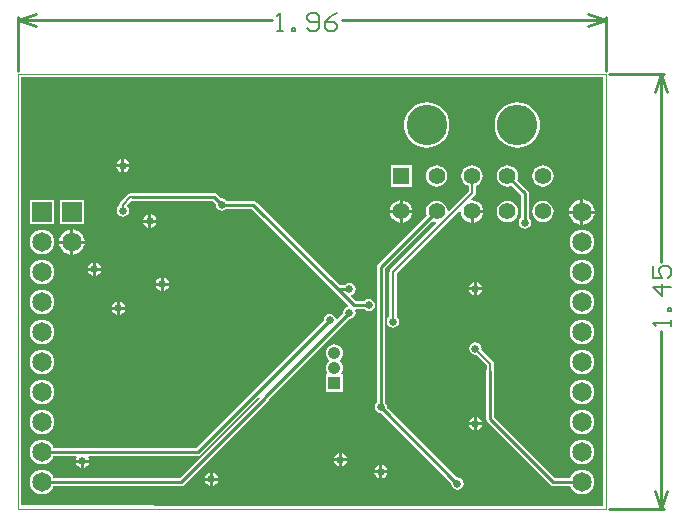
<source format=gbl>
G04*
G04 #@! TF.GenerationSoftware,Altium Limited,Altium Designer,20.1.14 (287)*
G04*
G04 Layer_Physical_Order=2*
G04 Layer_Color=16711680*
%FSLAX24Y24*%
%MOIN*%
G70*
G04*
G04 #@! TF.SameCoordinates,46077A43-3E97-4952-B592-0C32B6473DDB*
G04*
G04*
G04 #@! TF.FilePolarity,Positive*
G04*
G01*
G75*
%ADD12C,0.0100*%
%ADD17C,0.0000*%
%ADD18C,0.0060*%
%ADD48C,0.0080*%
%ADD50R,0.0413X0.0413*%
%ADD51C,0.0413*%
%ADD52R,0.0549X0.0549*%
%ADD53C,0.0549*%
%ADD54C,0.1351*%
%ADD55O,0.1351X0.1351*%
%ADD56C,0.0650*%
%ADD57R,0.0650X0.0650*%
%ADD58C,0.0250*%
G36*
X19498Y102D02*
X9042D01*
X102Y125D01*
Y14398D01*
X19498D01*
Y102D01*
D02*
G37*
%LPC*%
G36*
X16650Y13560D02*
X16501Y13545D01*
X16359Y13502D01*
X16228Y13432D01*
X16113Y13338D01*
X16018Y13223D01*
X15948Y13091D01*
X15905Y12949D01*
X15890Y12801D01*
Y12801D01*
X15905Y12653D01*
X15948Y12510D01*
X16018Y12379D01*
X16113Y12264D01*
X16228Y12170D01*
X16359Y12099D01*
X16501Y12056D01*
X16650Y12042D01*
X16798Y12056D01*
X16940Y12099D01*
X17071Y12170D01*
X17186Y12264D01*
X17281Y12379D01*
X17351Y12510D01*
X17394Y12653D01*
X17409Y12801D01*
Y12801D01*
X17394Y12949D01*
X17351Y13091D01*
X17281Y13223D01*
X17186Y13338D01*
X17071Y13432D01*
X16940Y13502D01*
X16798Y13545D01*
X16650Y13560D01*
D02*
G37*
G36*
X13626D02*
X13478Y13545D01*
X13335Y13502D01*
X13204Y13432D01*
X13089Y13338D01*
X12995Y13223D01*
X12925Y13091D01*
X12881Y12949D01*
X12867Y12801D01*
X12881Y12653D01*
X12925Y12510D01*
X12995Y12379D01*
X13089Y12264D01*
X13204Y12170D01*
X13335Y12099D01*
X13478Y12056D01*
X13626Y12042D01*
X13774Y12056D01*
X13917Y12099D01*
X14048Y12170D01*
X14163Y12264D01*
X14257Y12379D01*
X14327Y12510D01*
X14371Y12653D01*
X14385Y12801D01*
X14371Y12949D01*
X14327Y13091D01*
X14257Y13223D01*
X14163Y13338D01*
X14048Y13432D01*
X13917Y13502D01*
X13774Y13545D01*
X13626Y13560D01*
D02*
G37*
G36*
X3550Y11669D02*
Y11500D01*
X3719D01*
X3712Y11538D01*
X3662Y11612D01*
X3588Y11662D01*
X3550Y11669D01*
D02*
G37*
G36*
X3450D02*
X3412Y11662D01*
X3338Y11612D01*
X3288Y11538D01*
X3281Y11500D01*
X3450D01*
Y11669D01*
D02*
G37*
G36*
X3719Y11400D02*
X3550D01*
Y11231D01*
X3588Y11238D01*
X3662Y11288D01*
X3712Y11362D01*
X3719Y11400D01*
D02*
G37*
G36*
X3450D02*
X3281D01*
X3288Y11362D01*
X3338Y11288D01*
X3412Y11238D01*
X3450Y11231D01*
Y11400D01*
D02*
G37*
G36*
X13130Y11455D02*
X12421D01*
Y10745D01*
X13130D01*
Y11455D01*
D02*
G37*
G36*
X17500Y11458D02*
X17407Y11446D01*
X17321Y11410D01*
X17247Y11353D01*
X17190Y11279D01*
X17154Y11193D01*
X17142Y11100D01*
X17154Y11007D01*
X17190Y10921D01*
X17247Y10847D01*
X17321Y10790D01*
X17407Y10754D01*
X17500Y10742D01*
X17593Y10754D01*
X17679Y10790D01*
X17753Y10847D01*
X17810Y10921D01*
X17846Y11007D01*
X17858Y11100D01*
X17846Y11193D01*
X17810Y11279D01*
X17753Y11353D01*
X17679Y11410D01*
X17593Y11446D01*
X17500Y11458D01*
D02*
G37*
G36*
X13957D02*
X13864Y11446D01*
X13778Y11410D01*
X13704Y11353D01*
X13647Y11279D01*
X13611Y11193D01*
X13599Y11100D01*
X13611Y11007D01*
X13647Y10921D01*
X13704Y10847D01*
X13778Y10790D01*
X13864Y10754D01*
X13957Y10742D01*
X14049Y10754D01*
X14136Y10790D01*
X14210Y10847D01*
X14267Y10921D01*
X14302Y11007D01*
X14314Y11100D01*
X14302Y11193D01*
X14267Y11279D01*
X14210Y11353D01*
X14136Y11410D01*
X14049Y11446D01*
X13957Y11458D01*
D02*
G37*
G36*
X12826Y10290D02*
Y9969D01*
X13147D01*
X13141Y10017D01*
X13103Y10108D01*
X13043Y10186D01*
X12965Y10246D01*
X12873Y10284D01*
X12826Y10290D01*
D02*
G37*
G36*
X12726D02*
X12678Y10284D01*
X12587Y10246D01*
X12508Y10186D01*
X12448Y10108D01*
X12411Y10017D01*
X12404Y9969D01*
X12726D01*
Y10290D01*
D02*
G37*
G36*
X18850Y10322D02*
Y9950D01*
X19222D01*
X19214Y10011D01*
X19171Y10114D01*
X19103Y10203D01*
X19014Y10271D01*
X18911Y10314D01*
X18850Y10322D01*
D02*
G37*
G36*
X18750D02*
X18689Y10314D01*
X18586Y10271D01*
X18497Y10203D01*
X18429Y10114D01*
X18386Y10011D01*
X18378Y9950D01*
X18750D01*
Y10322D01*
D02*
G37*
G36*
X15138Y11458D02*
X15045Y11446D01*
X14959Y11410D01*
X14885Y11353D01*
X14828Y11279D01*
X14792Y11193D01*
X14780Y11100D01*
X14792Y11007D01*
X14828Y10921D01*
X14885Y10847D01*
X14959Y10790D01*
X15028Y10762D01*
Y10601D01*
X14363Y9936D01*
X14310Y9954D01*
X14302Y10011D01*
X14267Y10098D01*
X14210Y10172D01*
X14136Y10229D01*
X14049Y10264D01*
X13957Y10277D01*
X13864Y10264D01*
X13778Y10229D01*
X13704Y10172D01*
X13647Y10098D01*
X13611Y10011D01*
X13599Y9919D01*
X13611Y9826D01*
X13630Y9780D01*
X12006Y8156D01*
X11978Y8113D01*
X11967Y8062D01*
Y3558D01*
X11952Y3548D01*
X11907Y3480D01*
X11891Y3400D01*
X11907Y3320D01*
X11952Y3252D01*
X12020Y3207D01*
X12100Y3191D01*
X12118Y3195D01*
X14445Y868D01*
X14441Y850D01*
X14457Y770D01*
X14502Y702D01*
X14570Y657D01*
X14650Y641D01*
X14730Y657D01*
X14798Y702D01*
X14843Y770D01*
X14859Y850D01*
X14843Y930D01*
X14798Y998D01*
X14730Y1043D01*
X14650Y1059D01*
X14632Y1055D01*
X12305Y3382D01*
X12309Y3400D01*
X12293Y3480D01*
X12248Y3548D01*
X12233Y3558D01*
Y8007D01*
X13818Y9593D01*
X13864Y9573D01*
X13922Y9566D01*
X13940Y9513D01*
X12413Y7987D01*
X12387Y7947D01*
X12378Y7900D01*
Y6415D01*
X12352Y6398D01*
X12307Y6330D01*
X12291Y6250D01*
X12307Y6170D01*
X12352Y6102D01*
X12420Y6057D01*
X12500Y6041D01*
X12580Y6057D01*
X12648Y6102D01*
X12693Y6170D01*
X12709Y6250D01*
X12693Y6330D01*
X12648Y6398D01*
X12622Y6415D01*
Y7849D01*
X14715Y9942D01*
X14746Y9927D01*
X14760Y9916D01*
X14773Y9821D01*
X14811Y9730D01*
X14871Y9652D01*
X14949Y9592D01*
X15040Y9554D01*
X15088Y9548D01*
Y9919D01*
X15138D01*
Y9969D01*
X15509D01*
X15503Y10017D01*
X15465Y10108D01*
X15405Y10186D01*
X15327Y10246D01*
X15236Y10284D01*
X15140Y10296D01*
X15130Y10311D01*
X15115Y10342D01*
X15237Y10463D01*
X15263Y10503D01*
X15272Y10550D01*
Y10772D01*
X15317Y10790D01*
X15391Y10847D01*
X15448Y10921D01*
X15483Y11007D01*
X15496Y11100D01*
X15483Y11193D01*
X15448Y11279D01*
X15391Y11353D01*
X15317Y11410D01*
X15230Y11446D01*
X15138Y11458D01*
D02*
G37*
G36*
X4450Y9819D02*
Y9650D01*
X4619D01*
X4612Y9688D01*
X4562Y9762D01*
X4488Y9812D01*
X4450Y9819D01*
D02*
G37*
G36*
X4350D02*
X4312Y9812D01*
X4238Y9762D01*
X4188Y9688D01*
X4181Y9650D01*
X4350D01*
Y9819D01*
D02*
G37*
G36*
X17500Y10277D02*
X17407Y10264D01*
X17321Y10229D01*
X17247Y10172D01*
X17190Y10098D01*
X17154Y10011D01*
X17142Y9919D01*
X17154Y9826D01*
X17190Y9740D01*
X17247Y9666D01*
X17321Y9609D01*
X17407Y9573D01*
X17500Y9561D01*
X17593Y9573D01*
X17679Y9609D01*
X17753Y9666D01*
X17810Y9740D01*
X17846Y9826D01*
X17858Y9919D01*
X17846Y10011D01*
X17810Y10098D01*
X17753Y10172D01*
X17679Y10229D01*
X17593Y10264D01*
X17500Y10277D01*
D02*
G37*
G36*
X16319D02*
X16226Y10264D01*
X16140Y10229D01*
X16066Y10172D01*
X16009Y10098D01*
X15973Y10011D01*
X15961Y9919D01*
X15973Y9826D01*
X16009Y9740D01*
X16066Y9666D01*
X16140Y9609D01*
X16226Y9573D01*
X16319Y9561D01*
X16411Y9573D01*
X16498Y9609D01*
X16572Y9666D01*
X16629Y9740D01*
X16664Y9826D01*
X16677Y9919D01*
X16664Y10011D01*
X16629Y10098D01*
X16572Y10172D01*
X16498Y10229D01*
X16411Y10264D01*
X16319Y10277D01*
D02*
G37*
G36*
X15509Y9869D02*
X15188D01*
Y9548D01*
X15236Y9554D01*
X15327Y9592D01*
X15405Y9652D01*
X15465Y9730D01*
X15503Y9821D01*
X15509Y9869D01*
D02*
G37*
G36*
X13147D02*
X12826D01*
Y9548D01*
X12873Y9554D01*
X12965Y9592D01*
X13043Y9652D01*
X13103Y9730D01*
X13141Y9821D01*
X13147Y9869D01*
D02*
G37*
G36*
X12726D02*
X12404D01*
X12411Y9821D01*
X12448Y9730D01*
X12508Y9652D01*
X12587Y9592D01*
X12678Y9554D01*
X12726Y9548D01*
Y9869D01*
D02*
G37*
G36*
X2205Y10305D02*
X1395D01*
Y9495D01*
X2205D01*
Y10305D01*
D02*
G37*
G36*
X1205D02*
X395D01*
Y9495D01*
X1205D01*
Y10305D01*
D02*
G37*
G36*
X19222Y9850D02*
X18850D01*
Y9478D01*
X18911Y9486D01*
X19014Y9529D01*
X19103Y9597D01*
X19171Y9686D01*
X19214Y9789D01*
X19222Y9850D01*
D02*
G37*
G36*
X18750D02*
X18378D01*
X18386Y9789D01*
X18429Y9686D01*
X18497Y9597D01*
X18586Y9529D01*
X18689Y9486D01*
X18750Y9478D01*
Y9850D01*
D02*
G37*
G36*
X4619Y9550D02*
X4450D01*
Y9381D01*
X4488Y9388D01*
X4562Y9438D01*
X4612Y9512D01*
X4619Y9550D01*
D02*
G37*
G36*
X4350D02*
X4181D01*
X4188Y9512D01*
X4238Y9438D01*
X4312Y9388D01*
X4350Y9381D01*
Y9550D01*
D02*
G37*
G36*
X16319Y11458D02*
X16226Y11446D01*
X16140Y11410D01*
X16066Y11353D01*
X16009Y11279D01*
X15973Y11193D01*
X15961Y11100D01*
X15973Y11007D01*
X16009Y10921D01*
X16066Y10847D01*
X16140Y10790D01*
X16226Y10754D01*
X16319Y10742D01*
X16411Y10754D01*
X16458Y10774D01*
X16767Y10464D01*
Y9708D01*
X16752Y9698D01*
X16707Y9630D01*
X16691Y9550D01*
X16707Y9470D01*
X16752Y9402D01*
X16820Y9357D01*
X16900Y9341D01*
X16980Y9357D01*
X17048Y9402D01*
X17093Y9470D01*
X17109Y9550D01*
X17093Y9630D01*
X17048Y9698D01*
X17033Y9708D01*
Y10519D01*
X17022Y10570D01*
X16994Y10613D01*
X16645Y10961D01*
X16664Y11007D01*
X16677Y11100D01*
X16664Y11193D01*
X16629Y11279D01*
X16572Y11353D01*
X16498Y11410D01*
X16411Y11446D01*
X16319Y11458D01*
D02*
G37*
G36*
X1850Y9322D02*
Y8950D01*
X2222D01*
X2214Y9011D01*
X2171Y9114D01*
X2103Y9203D01*
X2014Y9271D01*
X1911Y9314D01*
X1850Y9322D01*
D02*
G37*
G36*
X1750D02*
X1689Y9314D01*
X1586Y9271D01*
X1497Y9203D01*
X1429Y9114D01*
X1386Y9011D01*
X1378Y8950D01*
X1750D01*
Y9322D01*
D02*
G37*
G36*
X18800Y9308D02*
X18694Y9294D01*
X18596Y9254D01*
X18511Y9189D01*
X18446Y9104D01*
X18406Y9006D01*
X18392Y8900D01*
X18406Y8794D01*
X18446Y8696D01*
X18511Y8611D01*
X18596Y8546D01*
X18694Y8506D01*
X18800Y8492D01*
X18906Y8506D01*
X19004Y8546D01*
X19089Y8611D01*
X19154Y8696D01*
X19194Y8794D01*
X19208Y8900D01*
X19194Y9006D01*
X19154Y9104D01*
X19089Y9189D01*
X19004Y9254D01*
X18906Y9294D01*
X18800Y9308D01*
D02*
G37*
G36*
X800D02*
X694Y9294D01*
X596Y9254D01*
X511Y9189D01*
X446Y9104D01*
X406Y9006D01*
X392Y8900D01*
X406Y8794D01*
X446Y8696D01*
X511Y8611D01*
X596Y8546D01*
X694Y8506D01*
X800Y8492D01*
X906Y8506D01*
X1004Y8546D01*
X1089Y8611D01*
X1154Y8696D01*
X1194Y8794D01*
X1208Y8900D01*
X1194Y9006D01*
X1154Y9104D01*
X1089Y9189D01*
X1004Y9254D01*
X906Y9294D01*
X800Y9308D01*
D02*
G37*
G36*
X2222Y8850D02*
X1850D01*
Y8478D01*
X1911Y8486D01*
X2014Y8529D01*
X2103Y8597D01*
X2171Y8686D01*
X2214Y8789D01*
X2222Y8850D01*
D02*
G37*
G36*
X1750D02*
X1378D01*
X1386Y8789D01*
X1429Y8686D01*
X1497Y8597D01*
X1586Y8529D01*
X1689Y8486D01*
X1750Y8478D01*
Y8850D01*
D02*
G37*
G36*
X2600Y8219D02*
Y8050D01*
X2769D01*
X2762Y8088D01*
X2712Y8162D01*
X2638Y8212D01*
X2600Y8219D01*
D02*
G37*
G36*
X2500D02*
X2462Y8212D01*
X2388Y8162D01*
X2338Y8088D01*
X2331Y8050D01*
X2500D01*
Y8219D01*
D02*
G37*
G36*
X2769Y7950D02*
X2600D01*
Y7781D01*
X2638Y7788D01*
X2712Y7838D01*
X2762Y7912D01*
X2769Y7950D01*
D02*
G37*
G36*
X2500D02*
X2331D01*
X2338Y7912D01*
X2388Y7838D01*
X2462Y7788D01*
X2500Y7781D01*
Y7950D01*
D02*
G37*
G36*
X4861Y7720D02*
Y7550D01*
X5030D01*
X5023Y7588D01*
X4973Y7662D01*
X4898Y7712D01*
X4861Y7720D01*
D02*
G37*
G36*
X4761D02*
X4723Y7712D01*
X4648Y7662D01*
X4599Y7588D01*
X4591Y7550D01*
X4761D01*
Y7720D01*
D02*
G37*
G36*
X18800Y8308D02*
X18694Y8294D01*
X18596Y8254D01*
X18511Y8189D01*
X18446Y8104D01*
X18406Y8006D01*
X18392Y7900D01*
X18406Y7794D01*
X18446Y7696D01*
X18511Y7611D01*
X18596Y7546D01*
X18694Y7506D01*
X18800Y7492D01*
X18906Y7506D01*
X19004Y7546D01*
X19089Y7611D01*
X19154Y7696D01*
X19194Y7794D01*
X19208Y7900D01*
X19194Y8006D01*
X19154Y8104D01*
X19089Y8189D01*
X19004Y8254D01*
X18906Y8294D01*
X18800Y8308D01*
D02*
G37*
G36*
X800D02*
X694Y8294D01*
X596Y8254D01*
X511Y8189D01*
X446Y8104D01*
X406Y8006D01*
X392Y7900D01*
X406Y7794D01*
X446Y7696D01*
X511Y7611D01*
X596Y7546D01*
X694Y7506D01*
X800Y7492D01*
X906Y7506D01*
X1004Y7546D01*
X1089Y7611D01*
X1154Y7696D01*
X1194Y7794D01*
X1208Y7900D01*
X1194Y8006D01*
X1154Y8104D01*
X1089Y8189D01*
X1004Y8254D01*
X906Y8294D01*
X800Y8308D01*
D02*
G37*
G36*
X15300Y7569D02*
Y7400D01*
X15469D01*
X15462Y7438D01*
X15412Y7512D01*
X15338Y7562D01*
X15300Y7569D01*
D02*
G37*
G36*
X15200D02*
X15162Y7562D01*
X15088Y7512D01*
X15038Y7438D01*
X15031Y7400D01*
X15200D01*
Y7569D01*
D02*
G37*
G36*
X5030Y7450D02*
X4861D01*
Y7281D01*
X4898Y7288D01*
X4973Y7338D01*
X5023Y7412D01*
X5030Y7450D01*
D02*
G37*
G36*
X4761D02*
X4591D01*
X4599Y7412D01*
X4648Y7338D01*
X4723Y7288D01*
X4761Y7281D01*
Y7450D01*
D02*
G37*
G36*
X15469Y7300D02*
X15300D01*
Y7131D01*
X15338Y7138D01*
X15412Y7188D01*
X15462Y7262D01*
X15469Y7300D01*
D02*
G37*
G36*
X15200D02*
X15031D01*
X15038Y7262D01*
X15088Y7188D01*
X15162Y7138D01*
X15200Y7131D01*
Y7300D01*
D02*
G37*
G36*
X3400Y6919D02*
Y6750D01*
X3569D01*
X3562Y6788D01*
X3512Y6862D01*
X3438Y6912D01*
X3400Y6919D01*
D02*
G37*
G36*
X3300D02*
X3262Y6912D01*
X3188Y6862D01*
X3138Y6788D01*
X3131Y6750D01*
X3300D01*
Y6919D01*
D02*
G37*
G36*
X6550Y10533D02*
X3800D01*
X3749Y10522D01*
X3749Y10522D01*
X3703Y10513D01*
X3663Y10487D01*
X3413Y10237D01*
X3387Y10197D01*
X3378Y10150D01*
Y10115D01*
X3352Y10098D01*
X3307Y10030D01*
X3291Y9950D01*
X3307Y9870D01*
X3352Y9802D01*
X3420Y9757D01*
X3500Y9741D01*
X3580Y9757D01*
X3648Y9802D01*
X3693Y9870D01*
X3709Y9950D01*
X3693Y10030D01*
X3648Y10098D01*
X3645Y10122D01*
X3792Y10269D01*
X3800Y10267D01*
X6495D01*
X6595Y10168D01*
X6591Y10150D01*
X6607Y10070D01*
X6652Y10002D01*
X6720Y9957D01*
X6800Y9941D01*
X6880Y9957D01*
X6948Y10002D01*
X6958Y10017D01*
X7795D01*
X10606Y7206D01*
X11010Y6802D01*
X10994Y6748D01*
X10970Y6743D01*
X10902Y6698D01*
X10857Y6630D01*
X10841Y6550D01*
X10845Y6532D01*
X10652Y6340D01*
X10598Y6356D01*
X10593Y6380D01*
X10548Y6448D01*
X10480Y6493D01*
X10400Y6509D01*
X10320Y6493D01*
X10252Y6448D01*
X10207Y6380D01*
X10191Y6300D01*
X10195Y6282D01*
X5945Y2033D01*
X1183D01*
X1154Y2104D01*
X1089Y2189D01*
X1004Y2254D01*
X906Y2294D01*
X800Y2308D01*
X694Y2294D01*
X596Y2254D01*
X511Y2189D01*
X446Y2104D01*
X406Y2006D01*
X392Y1900D01*
X406Y1794D01*
X446Y1696D01*
X511Y1611D01*
X596Y1546D01*
X694Y1506D01*
X800Y1492D01*
X906Y1506D01*
X1004Y1546D01*
X1089Y1611D01*
X1154Y1696D01*
X1183Y1767D01*
X1931D01*
X1958Y1717D01*
X1938Y1688D01*
X1931Y1650D01*
X2369D01*
X2362Y1688D01*
X2342Y1717D01*
X2369Y1767D01*
X6000D01*
X6051Y1778D01*
X6094Y1806D01*
X8018Y3730D01*
X8071Y3713D01*
X8071Y3709D01*
X5395Y1033D01*
X1183D01*
X1154Y1104D01*
X1089Y1189D01*
X1004Y1254D01*
X906Y1294D01*
X800Y1308D01*
X694Y1294D01*
X596Y1254D01*
X511Y1189D01*
X446Y1104D01*
X406Y1006D01*
X392Y900D01*
X406Y794D01*
X446Y696D01*
X511Y611D01*
X596Y546D01*
X694Y506D01*
X800Y492D01*
X906Y506D01*
X1004Y546D01*
X1089Y611D01*
X1154Y696D01*
X1183Y767D01*
X5450D01*
X5501Y778D01*
X5544Y806D01*
X8329Y3592D01*
X8358Y3635D01*
X8367Y3680D01*
X11032Y6345D01*
X11050Y6341D01*
X11130Y6357D01*
X11198Y6402D01*
X11243Y6470D01*
X11259Y6550D01*
X11246Y6617D01*
X11274Y6667D01*
X11542D01*
X11552Y6652D01*
X11620Y6607D01*
X11700Y6591D01*
X11780Y6607D01*
X11848Y6652D01*
X11893Y6720D01*
X11909Y6800D01*
X11893Y6880D01*
X11848Y6948D01*
X11780Y6993D01*
X11700Y7009D01*
X11620Y6993D01*
X11552Y6948D01*
X11542Y6933D01*
X11255D01*
X11102Y7086D01*
X11116Y7133D01*
X11130Y7136D01*
X11198Y7181D01*
X11243Y7249D01*
X11259Y7329D01*
X11243Y7409D01*
X11198Y7477D01*
X11130Y7522D01*
X11050Y7538D01*
X10970Y7522D01*
X10902Y7477D01*
X10892Y7462D01*
X10729D01*
X10726Y7461D01*
X7944Y10244D01*
X7901Y10272D01*
X7850Y10283D01*
X6958D01*
X6948Y10298D01*
X6880Y10343D01*
X6800Y10359D01*
X6782Y10355D01*
X6644Y10494D01*
X6601Y10522D01*
X6550Y10533D01*
D02*
G37*
G36*
X18800Y7308D02*
X18694Y7294D01*
X18596Y7254D01*
X18511Y7189D01*
X18446Y7104D01*
X18406Y7006D01*
X18392Y6900D01*
X18406Y6794D01*
X18446Y6696D01*
X18511Y6611D01*
X18596Y6546D01*
X18694Y6506D01*
X18800Y6492D01*
X18906Y6506D01*
X19004Y6546D01*
X19089Y6611D01*
X19154Y6696D01*
X19194Y6794D01*
X19208Y6900D01*
X19194Y7006D01*
X19154Y7104D01*
X19089Y7189D01*
X19004Y7254D01*
X18906Y7294D01*
X18800Y7308D01*
D02*
G37*
G36*
X800D02*
X694Y7294D01*
X596Y7254D01*
X511Y7189D01*
X446Y7104D01*
X406Y7006D01*
X392Y6900D01*
X406Y6794D01*
X446Y6696D01*
X511Y6611D01*
X596Y6546D01*
X694Y6506D01*
X800Y6492D01*
X906Y6506D01*
X1004Y6546D01*
X1089Y6611D01*
X1154Y6696D01*
X1194Y6794D01*
X1208Y6900D01*
X1194Y7006D01*
X1154Y7104D01*
X1089Y7189D01*
X1004Y7254D01*
X906Y7294D01*
X800Y7308D01*
D02*
G37*
G36*
X3569Y6650D02*
X3400D01*
Y6481D01*
X3438Y6488D01*
X3512Y6538D01*
X3562Y6612D01*
X3569Y6650D01*
D02*
G37*
G36*
X3300D02*
X3131D01*
X3138Y6612D01*
X3188Y6538D01*
X3262Y6488D01*
X3300Y6481D01*
Y6650D01*
D02*
G37*
G36*
X18800Y6308D02*
X18694Y6294D01*
X18596Y6254D01*
X18511Y6189D01*
X18446Y6104D01*
X18406Y6006D01*
X18392Y5900D01*
X18406Y5794D01*
X18446Y5696D01*
X18511Y5611D01*
X18596Y5546D01*
X18694Y5506D01*
X18800Y5492D01*
X18906Y5506D01*
X19004Y5546D01*
X19089Y5611D01*
X19154Y5696D01*
X19194Y5794D01*
X19208Y5900D01*
X19194Y6006D01*
X19154Y6104D01*
X19089Y6189D01*
X19004Y6254D01*
X18906Y6294D01*
X18800Y6308D01*
D02*
G37*
G36*
X800D02*
X694Y6294D01*
X596Y6254D01*
X511Y6189D01*
X446Y6104D01*
X406Y6006D01*
X392Y5900D01*
X406Y5794D01*
X446Y5696D01*
X511Y5611D01*
X596Y5546D01*
X694Y5506D01*
X800Y5492D01*
X906Y5506D01*
X1004Y5546D01*
X1089Y5611D01*
X1154Y5696D01*
X1194Y5794D01*
X1208Y5900D01*
X1194Y6006D01*
X1154Y6104D01*
X1089Y6189D01*
X1004Y6254D01*
X906Y6294D01*
X800Y6308D01*
D02*
G37*
G36*
X18800Y5308D02*
X18694Y5294D01*
X18596Y5254D01*
X18511Y5189D01*
X18446Y5104D01*
X18406Y5006D01*
X18392Y4900D01*
X18406Y4794D01*
X18446Y4696D01*
X18511Y4611D01*
X18596Y4546D01*
X18694Y4506D01*
X18800Y4492D01*
X18906Y4506D01*
X19004Y4546D01*
X19089Y4611D01*
X19154Y4696D01*
X19194Y4794D01*
X19208Y4900D01*
X19194Y5006D01*
X19154Y5104D01*
X19089Y5189D01*
X19004Y5254D01*
X18906Y5294D01*
X18800Y5308D01*
D02*
G37*
G36*
X800D02*
X694Y5294D01*
X596Y5254D01*
X511Y5189D01*
X446Y5104D01*
X406Y5006D01*
X392Y4900D01*
X406Y4794D01*
X446Y4696D01*
X511Y4611D01*
X596Y4546D01*
X694Y4506D01*
X800Y4492D01*
X906Y4506D01*
X1004Y4546D01*
X1089Y4611D01*
X1154Y4696D01*
X1194Y4794D01*
X1208Y4900D01*
X1194Y5006D01*
X1154Y5104D01*
X1089Y5189D01*
X1004Y5254D01*
X906Y5294D01*
X800Y5308D01*
D02*
G37*
G36*
X10550Y5489D02*
X10475Y5479D01*
X10405Y5450D01*
X10346Y5404D01*
X10300Y5345D01*
X10271Y5275D01*
X10261Y5200D01*
X10271Y5125D01*
X10300Y5055D01*
X10346Y4996D01*
X10372Y4975D01*
Y4925D01*
X10346Y4904D01*
X10300Y4845D01*
X10271Y4775D01*
X10261Y4700D01*
X10271Y4625D01*
X10300Y4555D01*
X10314Y4537D01*
X10289Y4487D01*
X10263D01*
Y3913D01*
X10837D01*
Y4487D01*
X10811D01*
X10786Y4537D01*
X10800Y4555D01*
X10829Y4625D01*
X10839Y4700D01*
X10829Y4775D01*
X10800Y4845D01*
X10754Y4904D01*
X10728Y4925D01*
Y4975D01*
X10754Y4996D01*
X10800Y5055D01*
X10829Y5125D01*
X10839Y5200D01*
X10829Y5275D01*
X10800Y5345D01*
X10754Y5404D01*
X10695Y5450D01*
X10625Y5479D01*
X10550Y5489D01*
D02*
G37*
G36*
X18800Y4308D02*
X18694Y4294D01*
X18596Y4254D01*
X18511Y4189D01*
X18446Y4104D01*
X18406Y4006D01*
X18392Y3900D01*
X18406Y3794D01*
X18446Y3696D01*
X18511Y3611D01*
X18596Y3546D01*
X18694Y3506D01*
X18800Y3492D01*
X18906Y3506D01*
X19004Y3546D01*
X19089Y3611D01*
X19154Y3696D01*
X19194Y3794D01*
X19208Y3900D01*
X19194Y4006D01*
X19154Y4104D01*
X19089Y4189D01*
X19004Y4254D01*
X18906Y4294D01*
X18800Y4308D01*
D02*
G37*
G36*
X800D02*
X694Y4294D01*
X596Y4254D01*
X511Y4189D01*
X446Y4104D01*
X406Y4006D01*
X392Y3900D01*
X406Y3794D01*
X446Y3696D01*
X511Y3611D01*
X596Y3546D01*
X694Y3506D01*
X800Y3492D01*
X906Y3506D01*
X1004Y3546D01*
X1089Y3611D01*
X1154Y3696D01*
X1194Y3794D01*
X1208Y3900D01*
X1194Y4006D01*
X1154Y4104D01*
X1089Y4189D01*
X1004Y4254D01*
X906Y4294D01*
X800Y4308D01*
D02*
G37*
G36*
X15300Y3069D02*
Y2900D01*
X15469D01*
X15462Y2938D01*
X15412Y3012D01*
X15338Y3062D01*
X15300Y3069D01*
D02*
G37*
G36*
X15200D02*
X15162Y3062D01*
X15088Y3012D01*
X15038Y2938D01*
X15031Y2900D01*
X15200D01*
Y3069D01*
D02*
G37*
G36*
X15469Y2800D02*
X15300D01*
Y2631D01*
X15338Y2638D01*
X15412Y2688D01*
X15462Y2762D01*
X15469Y2800D01*
D02*
G37*
G36*
X15200D02*
X15031D01*
X15038Y2762D01*
X15088Y2688D01*
X15162Y2638D01*
X15200Y2631D01*
Y2800D01*
D02*
G37*
G36*
X18800Y3308D02*
X18694Y3294D01*
X18596Y3254D01*
X18511Y3189D01*
X18446Y3104D01*
X18406Y3006D01*
X18392Y2900D01*
X18406Y2794D01*
X18446Y2696D01*
X18511Y2611D01*
X18596Y2546D01*
X18694Y2506D01*
X18800Y2492D01*
X18906Y2506D01*
X19004Y2546D01*
X19089Y2611D01*
X19154Y2696D01*
X19194Y2794D01*
X19208Y2900D01*
X19194Y3006D01*
X19154Y3104D01*
X19089Y3189D01*
X19004Y3254D01*
X18906Y3294D01*
X18800Y3308D01*
D02*
G37*
G36*
X800D02*
X694Y3294D01*
X596Y3254D01*
X511Y3189D01*
X446Y3104D01*
X406Y3006D01*
X392Y2900D01*
X406Y2794D01*
X446Y2696D01*
X511Y2611D01*
X596Y2546D01*
X694Y2506D01*
X800Y2492D01*
X906Y2506D01*
X1004Y2546D01*
X1089Y2611D01*
X1154Y2696D01*
X1194Y2794D01*
X1208Y2900D01*
X1194Y3006D01*
X1154Y3104D01*
X1089Y3189D01*
X1004Y3254D01*
X906Y3294D01*
X800Y3308D01*
D02*
G37*
G36*
X10800Y1869D02*
Y1700D01*
X10969D01*
X10962Y1738D01*
X10912Y1812D01*
X10838Y1862D01*
X10800Y1869D01*
D02*
G37*
G36*
X10700D02*
X10662Y1862D01*
X10588Y1812D01*
X10538Y1738D01*
X10531Y1700D01*
X10700D01*
Y1869D01*
D02*
G37*
G36*
X18800Y2308D02*
X18694Y2294D01*
X18596Y2254D01*
X18511Y2189D01*
X18446Y2104D01*
X18406Y2006D01*
X18392Y1900D01*
X18406Y1794D01*
X18446Y1696D01*
X18511Y1611D01*
X18596Y1546D01*
X18694Y1506D01*
X18800Y1492D01*
X18906Y1506D01*
X19004Y1546D01*
X19089Y1611D01*
X19154Y1696D01*
X19194Y1794D01*
X19208Y1900D01*
X19194Y2006D01*
X19154Y2104D01*
X19089Y2189D01*
X19004Y2254D01*
X18906Y2294D01*
X18800Y2308D01*
D02*
G37*
G36*
X10969Y1600D02*
X10800D01*
Y1431D01*
X10838Y1438D01*
X10912Y1488D01*
X10962Y1562D01*
X10969Y1600D01*
D02*
G37*
G36*
X10700D02*
X10531D01*
X10538Y1562D01*
X10588Y1488D01*
X10662Y1438D01*
X10700Y1431D01*
Y1600D01*
D02*
G37*
G36*
X2369Y1550D02*
X2200D01*
Y1381D01*
X2238Y1388D01*
X2312Y1438D01*
X2362Y1512D01*
X2369Y1550D01*
D02*
G37*
G36*
X2100D02*
X1931D01*
X1938Y1512D01*
X1988Y1438D01*
X2062Y1388D01*
X2100Y1381D01*
Y1550D01*
D02*
G37*
G36*
X12150Y1469D02*
Y1300D01*
X12319D01*
X12312Y1338D01*
X12262Y1412D01*
X12188Y1462D01*
X12150Y1469D01*
D02*
G37*
G36*
X12050D02*
X12012Y1462D01*
X11938Y1412D01*
X11888Y1338D01*
X11881Y1300D01*
X12050D01*
Y1469D01*
D02*
G37*
G36*
X6500Y1219D02*
Y1050D01*
X6669D01*
X6662Y1088D01*
X6612Y1162D01*
X6538Y1212D01*
X6500Y1219D01*
D02*
G37*
G36*
X6400D02*
X6362Y1212D01*
X6288Y1162D01*
X6238Y1088D01*
X6231Y1050D01*
X6400D01*
Y1219D01*
D02*
G37*
G36*
X12319Y1200D02*
X12150D01*
Y1031D01*
X12188Y1038D01*
X12262Y1088D01*
X12312Y1162D01*
X12319Y1200D01*
D02*
G37*
G36*
X12050D02*
X11881D01*
X11888Y1162D01*
X11938Y1088D01*
X12012Y1038D01*
X12050Y1031D01*
Y1200D01*
D02*
G37*
G36*
X6669Y950D02*
X6500D01*
Y781D01*
X6538Y788D01*
X6612Y838D01*
X6662Y912D01*
X6669Y950D01*
D02*
G37*
G36*
X6400D02*
X6231D01*
X6238Y912D01*
X6288Y838D01*
X6362Y788D01*
X6400Y781D01*
Y950D01*
D02*
G37*
G36*
X15250Y5559D02*
X15170Y5543D01*
X15102Y5498D01*
X15057Y5430D01*
X15041Y5350D01*
X15057Y5270D01*
X15102Y5202D01*
X15170Y5157D01*
X15250Y5141D01*
X15280Y5147D01*
X15628Y4799D01*
Y4651D01*
X15628Y4651D01*
X15617Y4600D01*
Y3000D01*
X15628Y2949D01*
X15656Y2906D01*
X17756Y806D01*
X17799Y778D01*
X17850Y767D01*
X18417D01*
X18446Y696D01*
X18511Y611D01*
X18596Y546D01*
X18694Y506D01*
X18800Y492D01*
X18906Y506D01*
X19004Y546D01*
X19089Y611D01*
X19154Y696D01*
X19194Y794D01*
X19208Y900D01*
X19194Y1006D01*
X19154Y1104D01*
X19089Y1189D01*
X19004Y1254D01*
X18906Y1294D01*
X18800Y1308D01*
X18694Y1294D01*
X18596Y1254D01*
X18511Y1189D01*
X18446Y1104D01*
X18417Y1033D01*
X17905D01*
X15883Y3055D01*
Y4600D01*
X15872Y4651D01*
X15872Y4651D01*
Y4850D01*
X15863Y4897D01*
X15837Y4937D01*
X15453Y5320D01*
X15459Y5350D01*
X15443Y5430D01*
X15398Y5498D01*
X15330Y5543D01*
X15250Y5559D01*
D02*
G37*
%LPD*%
D12*
X15750Y3000D02*
Y4600D01*
Y3000D02*
X17850Y900D01*
X18800D01*
X16900Y9550D02*
Y10519D01*
X12100Y3400D02*
X14650Y850D01*
X12100Y3400D02*
Y8062D01*
X13957Y9919D01*
X10729Y7329D02*
X11050D01*
X10700Y7300D02*
X10729Y7329D01*
X3800Y10400D02*
X6550D01*
X6800Y10150D01*
X7850D01*
X6000Y1900D02*
X10400Y6300D01*
X7850Y10150D02*
X10700Y7300D01*
X11200Y6800D01*
X8236Y3686D02*
Y3736D01*
X5450Y900D02*
X8236Y3686D01*
Y3736D02*
X11050Y6550D01*
X800Y1900D02*
X6000D01*
X800Y900D02*
X5450D01*
X11200Y6800D02*
X11700D01*
X16319Y11100D02*
X16900Y10519D01*
X21425Y14500D02*
X21625Y13900D01*
X21225D02*
X21425Y14500D01*
X21225Y600D02*
X21425Y0D01*
X21625Y600D01*
X21425Y8250D02*
Y14500D01*
Y0D02*
Y5930D01*
X19700Y14500D02*
X21525D01*
X19700Y0D02*
X21525D01*
X0Y16300D02*
X600Y16500D01*
X0Y16300D02*
X600Y16100D01*
X19000D02*
X19600Y16300D01*
X19000Y16500D02*
X19600Y16300D01*
X0D02*
X8480D01*
X10800D02*
X19600D01*
X0Y14600D02*
Y16400D01*
X19600Y14600D02*
Y16400D01*
D17*
X0Y0D02*
X19600D01*
Y14500D01*
X0D02*
X19600D01*
X0Y0D02*
Y14500D01*
Y0D02*
X19600D01*
Y14500D01*
X0D02*
X19600D01*
X0Y0D02*
Y14500D01*
D18*
X21785Y6090D02*
Y6290D01*
Y6190D01*
X21185D01*
X21285Y6090D01*
X21785Y6590D02*
X21685D01*
Y6690D01*
X21785D01*
Y6590D01*
Y7390D02*
X21185D01*
X21485Y7090D01*
Y7490D01*
X21185Y8090D02*
Y7690D01*
X21485D01*
X21385Y7890D01*
Y7990D01*
X21485Y8090D01*
X21685D01*
X21785Y7990D01*
Y7790D01*
X21685Y7690D01*
X8640Y15940D02*
X8840D01*
X8740D01*
Y16540D01*
X8640Y16440D01*
X9140Y15940D02*
Y16040D01*
X9240D01*
Y15940D01*
X9140D01*
X9640Y16040D02*
X9740Y15940D01*
X9940D01*
X10040Y16040D01*
Y16440D01*
X9940Y16540D01*
X9740D01*
X9640Y16440D01*
Y16340D01*
X9740Y16240D01*
X10040D01*
X10640Y16540D02*
X10440Y16440D01*
X10240Y16240D01*
Y16040D01*
X10340Y15940D01*
X10540D01*
X10640Y16040D01*
Y16140D01*
X10540Y16240D01*
X10240D01*
D48*
X15250Y5350D02*
X15750Y4850D01*
Y4600D02*
Y4850D01*
X12500Y7900D02*
X15150Y10550D01*
X12500Y6250D02*
Y7900D01*
X3500Y10150D02*
X3750Y10400D01*
X3800D01*
X3500Y9950D02*
Y10150D01*
X15138Y11100D02*
X15150Y11088D01*
Y10550D02*
Y11088D01*
D50*
X10550Y4200D02*
D03*
D51*
Y4700D02*
D03*
Y5200D02*
D03*
D52*
X12776Y11100D02*
D03*
D53*
X13957D02*
D03*
X15138D02*
D03*
X16319D02*
D03*
X17500D02*
D03*
X12776Y9919D02*
D03*
X13957D02*
D03*
X15138D02*
D03*
X16319D02*
D03*
X17500D02*
D03*
D54*
X13626Y12801D02*
D03*
D55*
X16650D02*
D03*
D56*
X1800Y8900D02*
D03*
X18800Y900D02*
D03*
Y1900D02*
D03*
Y4900D02*
D03*
Y3900D02*
D03*
Y2900D02*
D03*
Y9900D02*
D03*
Y6900D02*
D03*
Y8900D02*
D03*
Y7900D02*
D03*
Y5900D02*
D03*
X800D02*
D03*
Y2900D02*
D03*
Y3900D02*
D03*
Y4900D02*
D03*
Y1900D02*
D03*
Y900D02*
D03*
Y7900D02*
D03*
Y8900D02*
D03*
Y6900D02*
D03*
D57*
Y9900D02*
D03*
X1800D02*
D03*
D58*
X15250Y2850D02*
D03*
X16900Y9550D02*
D03*
X15250Y5350D02*
D03*
X12500Y6250D02*
D03*
X12100Y3400D02*
D03*
X4811Y7500D02*
D03*
X3500Y11450D02*
D03*
Y9950D02*
D03*
X15250Y7350D02*
D03*
X11050Y7329D02*
D03*
X12100Y1250D02*
D03*
X10750Y1650D02*
D03*
X2150Y1600D02*
D03*
X14650Y850D02*
D03*
X4400Y9600D02*
D03*
X2550Y8000D02*
D03*
X10400Y6300D02*
D03*
X11050Y6550D02*
D03*
X11700Y6800D02*
D03*
X6450Y1000D02*
D03*
X6800Y10150D02*
D03*
X3350Y6700D02*
D03*
M02*

</source>
